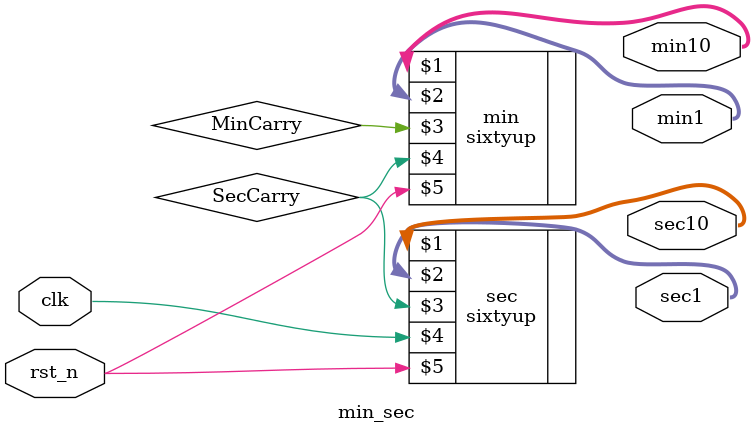
<source format=v>
`timescale 1ns / 1ps
`define BCD_WIDTH 4
module min_sec(
    input clk,
    input rst_n,
    output 	[`BCD_WIDTH-1:0] min10,
    output  [`BCD_WIDTH-1:0] min1,
    output  [`BCD_WIDTH-1:0] sec10,
    output  [`BCD_WIDTH-1:0] sec1
    );
	
	wire MinCarry,SecCarry;		//60 sec -> 1 min
	
	sixtyup min(min10,min1,MinCarry,SecCarry,rst_n);
	sixtyup sec(sec10,sec1,SecCarry,clk,rst_n);

endmodule

</source>
